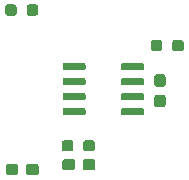
<source format=gbr>
G04 #@! TF.GenerationSoftware,KiCad,Pcbnew,(5.0.2)-1*
G04 #@! TF.CreationDate,2021-01-16T16:16:25+09:00*
G04 #@! TF.ProjectId,LEMCurrentSensor,4c454d43-7572-4726-956e-7453656e736f,rev?*
G04 #@! TF.SameCoordinates,Original*
G04 #@! TF.FileFunction,Paste,Top*
G04 #@! TF.FilePolarity,Positive*
%FSLAX46Y46*%
G04 Gerber Fmt 4.6, Leading zero omitted, Abs format (unit mm)*
G04 Created by KiCad (PCBNEW (5.0.2)-1) date 2021/01/16 16:16:25*
%MOMM*%
%LPD*%
G01*
G04 APERTURE LIST*
%ADD10C,0.100000*%
%ADD11C,0.950000*%
%ADD12C,0.600000*%
G04 APERTURE END LIST*
D10*
G04 #@! TO.C,C1*
G36*
X88323279Y-45526144D02*
X88346334Y-45529563D01*
X88368943Y-45535227D01*
X88390887Y-45543079D01*
X88411957Y-45553044D01*
X88431948Y-45565026D01*
X88450668Y-45578910D01*
X88467938Y-45594562D01*
X88483590Y-45611832D01*
X88497474Y-45630552D01*
X88509456Y-45650543D01*
X88519421Y-45671613D01*
X88527273Y-45693557D01*
X88532937Y-45716166D01*
X88536356Y-45739221D01*
X88537500Y-45762500D01*
X88537500Y-46237500D01*
X88536356Y-46260779D01*
X88532937Y-46283834D01*
X88527273Y-46306443D01*
X88519421Y-46328387D01*
X88509456Y-46349457D01*
X88497474Y-46369448D01*
X88483590Y-46388168D01*
X88467938Y-46405438D01*
X88450668Y-46421090D01*
X88431948Y-46434974D01*
X88411957Y-46446956D01*
X88390887Y-46456921D01*
X88368943Y-46464773D01*
X88346334Y-46470437D01*
X88323279Y-46473856D01*
X88300000Y-46475000D01*
X87700000Y-46475000D01*
X87676721Y-46473856D01*
X87653666Y-46470437D01*
X87631057Y-46464773D01*
X87609113Y-46456921D01*
X87588043Y-46446956D01*
X87568052Y-46434974D01*
X87549332Y-46421090D01*
X87532062Y-46405438D01*
X87516410Y-46388168D01*
X87502526Y-46369448D01*
X87490544Y-46349457D01*
X87480579Y-46328387D01*
X87472727Y-46306443D01*
X87467063Y-46283834D01*
X87463644Y-46260779D01*
X87462500Y-46237500D01*
X87462500Y-45762500D01*
X87463644Y-45739221D01*
X87467063Y-45716166D01*
X87472727Y-45693557D01*
X87480579Y-45671613D01*
X87490544Y-45650543D01*
X87502526Y-45630552D01*
X87516410Y-45611832D01*
X87532062Y-45594562D01*
X87549332Y-45578910D01*
X87568052Y-45565026D01*
X87588043Y-45553044D01*
X87609113Y-45543079D01*
X87631057Y-45535227D01*
X87653666Y-45529563D01*
X87676721Y-45526144D01*
X87700000Y-45525000D01*
X88300000Y-45525000D01*
X88323279Y-45526144D01*
X88323279Y-45526144D01*
G37*
D11*
X88000000Y-46000000D03*
D10*
G36*
X86598279Y-45526144D02*
X86621334Y-45529563D01*
X86643943Y-45535227D01*
X86665887Y-45543079D01*
X86686957Y-45553044D01*
X86706948Y-45565026D01*
X86725668Y-45578910D01*
X86742938Y-45594562D01*
X86758590Y-45611832D01*
X86772474Y-45630552D01*
X86784456Y-45650543D01*
X86794421Y-45671613D01*
X86802273Y-45693557D01*
X86807937Y-45716166D01*
X86811356Y-45739221D01*
X86812500Y-45762500D01*
X86812500Y-46237500D01*
X86811356Y-46260779D01*
X86807937Y-46283834D01*
X86802273Y-46306443D01*
X86794421Y-46328387D01*
X86784456Y-46349457D01*
X86772474Y-46369448D01*
X86758590Y-46388168D01*
X86742938Y-46405438D01*
X86725668Y-46421090D01*
X86706948Y-46434974D01*
X86686957Y-46446956D01*
X86665887Y-46456921D01*
X86643943Y-46464773D01*
X86621334Y-46470437D01*
X86598279Y-46473856D01*
X86575000Y-46475000D01*
X85975000Y-46475000D01*
X85951721Y-46473856D01*
X85928666Y-46470437D01*
X85906057Y-46464773D01*
X85884113Y-46456921D01*
X85863043Y-46446956D01*
X85843052Y-46434974D01*
X85824332Y-46421090D01*
X85807062Y-46405438D01*
X85791410Y-46388168D01*
X85777526Y-46369448D01*
X85765544Y-46349457D01*
X85755579Y-46328387D01*
X85747727Y-46306443D01*
X85742063Y-46283834D01*
X85738644Y-46260779D01*
X85737500Y-46237500D01*
X85737500Y-45762500D01*
X85738644Y-45739221D01*
X85742063Y-45716166D01*
X85747727Y-45693557D01*
X85755579Y-45671613D01*
X85765544Y-45650543D01*
X85777526Y-45630552D01*
X85791410Y-45611832D01*
X85807062Y-45594562D01*
X85824332Y-45578910D01*
X85843052Y-45565026D01*
X85863043Y-45553044D01*
X85884113Y-45543079D01*
X85906057Y-45535227D01*
X85928666Y-45529563D01*
X85951721Y-45526144D01*
X85975000Y-45525000D01*
X86575000Y-45525000D01*
X86598279Y-45526144D01*
X86598279Y-45526144D01*
G37*
D11*
X86275000Y-46000000D03*
G04 #@! TD*
D10*
G04 #@! TO.C,C2*
G36*
X99060779Y-37938644D02*
X99083834Y-37942063D01*
X99106443Y-37947727D01*
X99128387Y-37955579D01*
X99149457Y-37965544D01*
X99169448Y-37977526D01*
X99188168Y-37991410D01*
X99205438Y-38007062D01*
X99221090Y-38024332D01*
X99234974Y-38043052D01*
X99246956Y-38063043D01*
X99256921Y-38084113D01*
X99264773Y-38106057D01*
X99270437Y-38128666D01*
X99273856Y-38151721D01*
X99275000Y-38175000D01*
X99275000Y-38775000D01*
X99273856Y-38798279D01*
X99270437Y-38821334D01*
X99264773Y-38843943D01*
X99256921Y-38865887D01*
X99246956Y-38886957D01*
X99234974Y-38906948D01*
X99221090Y-38925668D01*
X99205438Y-38942938D01*
X99188168Y-38958590D01*
X99169448Y-38972474D01*
X99149457Y-38984456D01*
X99128387Y-38994421D01*
X99106443Y-39002273D01*
X99083834Y-39007937D01*
X99060779Y-39011356D01*
X99037500Y-39012500D01*
X98562500Y-39012500D01*
X98539221Y-39011356D01*
X98516166Y-39007937D01*
X98493557Y-39002273D01*
X98471613Y-38994421D01*
X98450543Y-38984456D01*
X98430552Y-38972474D01*
X98411832Y-38958590D01*
X98394562Y-38942938D01*
X98378910Y-38925668D01*
X98365026Y-38906948D01*
X98353044Y-38886957D01*
X98343079Y-38865887D01*
X98335227Y-38843943D01*
X98329563Y-38821334D01*
X98326144Y-38798279D01*
X98325000Y-38775000D01*
X98325000Y-38175000D01*
X98326144Y-38151721D01*
X98329563Y-38128666D01*
X98335227Y-38106057D01*
X98343079Y-38084113D01*
X98353044Y-38063043D01*
X98365026Y-38043052D01*
X98378910Y-38024332D01*
X98394562Y-38007062D01*
X98411832Y-37991410D01*
X98430552Y-37977526D01*
X98450543Y-37965544D01*
X98471613Y-37955579D01*
X98493557Y-37947727D01*
X98516166Y-37942063D01*
X98539221Y-37938644D01*
X98562500Y-37937500D01*
X99037500Y-37937500D01*
X99060779Y-37938644D01*
X99060779Y-37938644D01*
G37*
D11*
X98800000Y-38475000D03*
D10*
G36*
X99060779Y-39663644D02*
X99083834Y-39667063D01*
X99106443Y-39672727D01*
X99128387Y-39680579D01*
X99149457Y-39690544D01*
X99169448Y-39702526D01*
X99188168Y-39716410D01*
X99205438Y-39732062D01*
X99221090Y-39749332D01*
X99234974Y-39768052D01*
X99246956Y-39788043D01*
X99256921Y-39809113D01*
X99264773Y-39831057D01*
X99270437Y-39853666D01*
X99273856Y-39876721D01*
X99275000Y-39900000D01*
X99275000Y-40500000D01*
X99273856Y-40523279D01*
X99270437Y-40546334D01*
X99264773Y-40568943D01*
X99256921Y-40590887D01*
X99246956Y-40611957D01*
X99234974Y-40631948D01*
X99221090Y-40650668D01*
X99205438Y-40667938D01*
X99188168Y-40683590D01*
X99169448Y-40697474D01*
X99149457Y-40709456D01*
X99128387Y-40719421D01*
X99106443Y-40727273D01*
X99083834Y-40732937D01*
X99060779Y-40736356D01*
X99037500Y-40737500D01*
X98562500Y-40737500D01*
X98539221Y-40736356D01*
X98516166Y-40732937D01*
X98493557Y-40727273D01*
X98471613Y-40719421D01*
X98450543Y-40709456D01*
X98430552Y-40697474D01*
X98411832Y-40683590D01*
X98394562Y-40667938D01*
X98378910Y-40650668D01*
X98365026Y-40631948D01*
X98353044Y-40611957D01*
X98343079Y-40590887D01*
X98335227Y-40568943D01*
X98329563Y-40546334D01*
X98326144Y-40523279D01*
X98325000Y-40500000D01*
X98325000Y-39900000D01*
X98326144Y-39876721D01*
X98329563Y-39853666D01*
X98335227Y-39831057D01*
X98343079Y-39809113D01*
X98353044Y-39788043D01*
X98365026Y-39768052D01*
X98378910Y-39749332D01*
X98394562Y-39732062D01*
X98411832Y-39716410D01*
X98430552Y-39702526D01*
X98450543Y-39690544D01*
X98471613Y-39680579D01*
X98493557Y-39672727D01*
X98516166Y-39667063D01*
X98539221Y-39663644D01*
X98562500Y-39662500D01*
X99037500Y-39662500D01*
X99060779Y-39663644D01*
X99060779Y-39663644D01*
G37*
D11*
X98800000Y-40200000D03*
G04 #@! TD*
D10*
G04 #@! TO.C,C3*
G36*
X91398279Y-45126144D02*
X91421334Y-45129563D01*
X91443943Y-45135227D01*
X91465887Y-45143079D01*
X91486957Y-45153044D01*
X91506948Y-45165026D01*
X91525668Y-45178910D01*
X91542938Y-45194562D01*
X91558590Y-45211832D01*
X91572474Y-45230552D01*
X91584456Y-45250543D01*
X91594421Y-45271613D01*
X91602273Y-45293557D01*
X91607937Y-45316166D01*
X91611356Y-45339221D01*
X91612500Y-45362500D01*
X91612500Y-45837500D01*
X91611356Y-45860779D01*
X91607937Y-45883834D01*
X91602273Y-45906443D01*
X91594421Y-45928387D01*
X91584456Y-45949457D01*
X91572474Y-45969448D01*
X91558590Y-45988168D01*
X91542938Y-46005438D01*
X91525668Y-46021090D01*
X91506948Y-46034974D01*
X91486957Y-46046956D01*
X91465887Y-46056921D01*
X91443943Y-46064773D01*
X91421334Y-46070437D01*
X91398279Y-46073856D01*
X91375000Y-46075000D01*
X90775000Y-46075000D01*
X90751721Y-46073856D01*
X90728666Y-46070437D01*
X90706057Y-46064773D01*
X90684113Y-46056921D01*
X90663043Y-46046956D01*
X90643052Y-46034974D01*
X90624332Y-46021090D01*
X90607062Y-46005438D01*
X90591410Y-45988168D01*
X90577526Y-45969448D01*
X90565544Y-45949457D01*
X90555579Y-45928387D01*
X90547727Y-45906443D01*
X90542063Y-45883834D01*
X90538644Y-45860779D01*
X90537500Y-45837500D01*
X90537500Y-45362500D01*
X90538644Y-45339221D01*
X90542063Y-45316166D01*
X90547727Y-45293557D01*
X90555579Y-45271613D01*
X90565544Y-45250543D01*
X90577526Y-45230552D01*
X90591410Y-45211832D01*
X90607062Y-45194562D01*
X90624332Y-45178910D01*
X90643052Y-45165026D01*
X90663043Y-45153044D01*
X90684113Y-45143079D01*
X90706057Y-45135227D01*
X90728666Y-45129563D01*
X90751721Y-45126144D01*
X90775000Y-45125000D01*
X91375000Y-45125000D01*
X91398279Y-45126144D01*
X91398279Y-45126144D01*
G37*
D11*
X91075000Y-45600000D03*
D10*
G36*
X93123279Y-45126144D02*
X93146334Y-45129563D01*
X93168943Y-45135227D01*
X93190887Y-45143079D01*
X93211957Y-45153044D01*
X93231948Y-45165026D01*
X93250668Y-45178910D01*
X93267938Y-45194562D01*
X93283590Y-45211832D01*
X93297474Y-45230552D01*
X93309456Y-45250543D01*
X93319421Y-45271613D01*
X93327273Y-45293557D01*
X93332937Y-45316166D01*
X93336356Y-45339221D01*
X93337500Y-45362500D01*
X93337500Y-45837500D01*
X93336356Y-45860779D01*
X93332937Y-45883834D01*
X93327273Y-45906443D01*
X93319421Y-45928387D01*
X93309456Y-45949457D01*
X93297474Y-45969448D01*
X93283590Y-45988168D01*
X93267938Y-46005438D01*
X93250668Y-46021090D01*
X93231948Y-46034974D01*
X93211957Y-46046956D01*
X93190887Y-46056921D01*
X93168943Y-46064773D01*
X93146334Y-46070437D01*
X93123279Y-46073856D01*
X93100000Y-46075000D01*
X92500000Y-46075000D01*
X92476721Y-46073856D01*
X92453666Y-46070437D01*
X92431057Y-46064773D01*
X92409113Y-46056921D01*
X92388043Y-46046956D01*
X92368052Y-46034974D01*
X92349332Y-46021090D01*
X92332062Y-46005438D01*
X92316410Y-45988168D01*
X92302526Y-45969448D01*
X92290544Y-45949457D01*
X92280579Y-45928387D01*
X92272727Y-45906443D01*
X92267063Y-45883834D01*
X92263644Y-45860779D01*
X92262500Y-45837500D01*
X92262500Y-45362500D01*
X92263644Y-45339221D01*
X92267063Y-45316166D01*
X92272727Y-45293557D01*
X92280579Y-45271613D01*
X92290544Y-45250543D01*
X92302526Y-45230552D01*
X92316410Y-45211832D01*
X92332062Y-45194562D01*
X92349332Y-45178910D01*
X92368052Y-45165026D01*
X92388043Y-45153044D01*
X92409113Y-45143079D01*
X92431057Y-45135227D01*
X92453666Y-45129563D01*
X92476721Y-45126144D01*
X92500000Y-45125000D01*
X93100000Y-45125000D01*
X93123279Y-45126144D01*
X93123279Y-45126144D01*
G37*
D11*
X92800000Y-45600000D03*
G04 #@! TD*
D10*
G04 #@! TO.C,R1*
G36*
X88273279Y-32026144D02*
X88296334Y-32029563D01*
X88318943Y-32035227D01*
X88340887Y-32043079D01*
X88361957Y-32053044D01*
X88381948Y-32065026D01*
X88400668Y-32078910D01*
X88417938Y-32094562D01*
X88433590Y-32111832D01*
X88447474Y-32130552D01*
X88459456Y-32150543D01*
X88469421Y-32171613D01*
X88477273Y-32193557D01*
X88482937Y-32216166D01*
X88486356Y-32239221D01*
X88487500Y-32262500D01*
X88487500Y-32737500D01*
X88486356Y-32760779D01*
X88482937Y-32783834D01*
X88477273Y-32806443D01*
X88469421Y-32828387D01*
X88459456Y-32849457D01*
X88447474Y-32869448D01*
X88433590Y-32888168D01*
X88417938Y-32905438D01*
X88400668Y-32921090D01*
X88381948Y-32934974D01*
X88361957Y-32946956D01*
X88340887Y-32956921D01*
X88318943Y-32964773D01*
X88296334Y-32970437D01*
X88273279Y-32973856D01*
X88250000Y-32975000D01*
X87750000Y-32975000D01*
X87726721Y-32973856D01*
X87703666Y-32970437D01*
X87681057Y-32964773D01*
X87659113Y-32956921D01*
X87638043Y-32946956D01*
X87618052Y-32934974D01*
X87599332Y-32921090D01*
X87582062Y-32905438D01*
X87566410Y-32888168D01*
X87552526Y-32869448D01*
X87540544Y-32849457D01*
X87530579Y-32828387D01*
X87522727Y-32806443D01*
X87517063Y-32783834D01*
X87513644Y-32760779D01*
X87512500Y-32737500D01*
X87512500Y-32262500D01*
X87513644Y-32239221D01*
X87517063Y-32216166D01*
X87522727Y-32193557D01*
X87530579Y-32171613D01*
X87540544Y-32150543D01*
X87552526Y-32130552D01*
X87566410Y-32111832D01*
X87582062Y-32094562D01*
X87599332Y-32078910D01*
X87618052Y-32065026D01*
X87638043Y-32053044D01*
X87659113Y-32043079D01*
X87681057Y-32035227D01*
X87703666Y-32029563D01*
X87726721Y-32026144D01*
X87750000Y-32025000D01*
X88250000Y-32025000D01*
X88273279Y-32026144D01*
X88273279Y-32026144D01*
G37*
D11*
X88000000Y-32500000D03*
D10*
G36*
X86448279Y-32026144D02*
X86471334Y-32029563D01*
X86493943Y-32035227D01*
X86515887Y-32043079D01*
X86536957Y-32053044D01*
X86556948Y-32065026D01*
X86575668Y-32078910D01*
X86592938Y-32094562D01*
X86608590Y-32111832D01*
X86622474Y-32130552D01*
X86634456Y-32150543D01*
X86644421Y-32171613D01*
X86652273Y-32193557D01*
X86657937Y-32216166D01*
X86661356Y-32239221D01*
X86662500Y-32262500D01*
X86662500Y-32737500D01*
X86661356Y-32760779D01*
X86657937Y-32783834D01*
X86652273Y-32806443D01*
X86644421Y-32828387D01*
X86634456Y-32849457D01*
X86622474Y-32869448D01*
X86608590Y-32888168D01*
X86592938Y-32905438D01*
X86575668Y-32921090D01*
X86556948Y-32934974D01*
X86536957Y-32946956D01*
X86515887Y-32956921D01*
X86493943Y-32964773D01*
X86471334Y-32970437D01*
X86448279Y-32973856D01*
X86425000Y-32975000D01*
X85925000Y-32975000D01*
X85901721Y-32973856D01*
X85878666Y-32970437D01*
X85856057Y-32964773D01*
X85834113Y-32956921D01*
X85813043Y-32946956D01*
X85793052Y-32934974D01*
X85774332Y-32921090D01*
X85757062Y-32905438D01*
X85741410Y-32888168D01*
X85727526Y-32869448D01*
X85715544Y-32849457D01*
X85705579Y-32828387D01*
X85697727Y-32806443D01*
X85692063Y-32783834D01*
X85688644Y-32760779D01*
X85687500Y-32737500D01*
X85687500Y-32262500D01*
X85688644Y-32239221D01*
X85692063Y-32216166D01*
X85697727Y-32193557D01*
X85705579Y-32171613D01*
X85715544Y-32150543D01*
X85727526Y-32130552D01*
X85741410Y-32111832D01*
X85757062Y-32094562D01*
X85774332Y-32078910D01*
X85793052Y-32065026D01*
X85813043Y-32053044D01*
X85834113Y-32043079D01*
X85856057Y-32035227D01*
X85878666Y-32029563D01*
X85901721Y-32026144D01*
X85925000Y-32025000D01*
X86425000Y-32025000D01*
X86448279Y-32026144D01*
X86448279Y-32026144D01*
G37*
D11*
X86175000Y-32500000D03*
G04 #@! TD*
D10*
G04 #@! TO.C,R2*
G36*
X91248279Y-43526144D02*
X91271334Y-43529563D01*
X91293943Y-43535227D01*
X91315887Y-43543079D01*
X91336957Y-43553044D01*
X91356948Y-43565026D01*
X91375668Y-43578910D01*
X91392938Y-43594562D01*
X91408590Y-43611832D01*
X91422474Y-43630552D01*
X91434456Y-43650543D01*
X91444421Y-43671613D01*
X91452273Y-43693557D01*
X91457937Y-43716166D01*
X91461356Y-43739221D01*
X91462500Y-43762500D01*
X91462500Y-44237500D01*
X91461356Y-44260779D01*
X91457937Y-44283834D01*
X91452273Y-44306443D01*
X91444421Y-44328387D01*
X91434456Y-44349457D01*
X91422474Y-44369448D01*
X91408590Y-44388168D01*
X91392938Y-44405438D01*
X91375668Y-44421090D01*
X91356948Y-44434974D01*
X91336957Y-44446956D01*
X91315887Y-44456921D01*
X91293943Y-44464773D01*
X91271334Y-44470437D01*
X91248279Y-44473856D01*
X91225000Y-44475000D01*
X90725000Y-44475000D01*
X90701721Y-44473856D01*
X90678666Y-44470437D01*
X90656057Y-44464773D01*
X90634113Y-44456921D01*
X90613043Y-44446956D01*
X90593052Y-44434974D01*
X90574332Y-44421090D01*
X90557062Y-44405438D01*
X90541410Y-44388168D01*
X90527526Y-44369448D01*
X90515544Y-44349457D01*
X90505579Y-44328387D01*
X90497727Y-44306443D01*
X90492063Y-44283834D01*
X90488644Y-44260779D01*
X90487500Y-44237500D01*
X90487500Y-43762500D01*
X90488644Y-43739221D01*
X90492063Y-43716166D01*
X90497727Y-43693557D01*
X90505579Y-43671613D01*
X90515544Y-43650543D01*
X90527526Y-43630552D01*
X90541410Y-43611832D01*
X90557062Y-43594562D01*
X90574332Y-43578910D01*
X90593052Y-43565026D01*
X90613043Y-43553044D01*
X90634113Y-43543079D01*
X90656057Y-43535227D01*
X90678666Y-43529563D01*
X90701721Y-43526144D01*
X90725000Y-43525000D01*
X91225000Y-43525000D01*
X91248279Y-43526144D01*
X91248279Y-43526144D01*
G37*
D11*
X90975000Y-44000000D03*
D10*
G36*
X93073279Y-43526144D02*
X93096334Y-43529563D01*
X93118943Y-43535227D01*
X93140887Y-43543079D01*
X93161957Y-43553044D01*
X93181948Y-43565026D01*
X93200668Y-43578910D01*
X93217938Y-43594562D01*
X93233590Y-43611832D01*
X93247474Y-43630552D01*
X93259456Y-43650543D01*
X93269421Y-43671613D01*
X93277273Y-43693557D01*
X93282937Y-43716166D01*
X93286356Y-43739221D01*
X93287500Y-43762500D01*
X93287500Y-44237500D01*
X93286356Y-44260779D01*
X93282937Y-44283834D01*
X93277273Y-44306443D01*
X93269421Y-44328387D01*
X93259456Y-44349457D01*
X93247474Y-44369448D01*
X93233590Y-44388168D01*
X93217938Y-44405438D01*
X93200668Y-44421090D01*
X93181948Y-44434974D01*
X93161957Y-44446956D01*
X93140887Y-44456921D01*
X93118943Y-44464773D01*
X93096334Y-44470437D01*
X93073279Y-44473856D01*
X93050000Y-44475000D01*
X92550000Y-44475000D01*
X92526721Y-44473856D01*
X92503666Y-44470437D01*
X92481057Y-44464773D01*
X92459113Y-44456921D01*
X92438043Y-44446956D01*
X92418052Y-44434974D01*
X92399332Y-44421090D01*
X92382062Y-44405438D01*
X92366410Y-44388168D01*
X92352526Y-44369448D01*
X92340544Y-44349457D01*
X92330579Y-44328387D01*
X92322727Y-44306443D01*
X92317063Y-44283834D01*
X92313644Y-44260779D01*
X92312500Y-44237500D01*
X92312500Y-43762500D01*
X92313644Y-43739221D01*
X92317063Y-43716166D01*
X92322727Y-43693557D01*
X92330579Y-43671613D01*
X92340544Y-43650543D01*
X92352526Y-43630552D01*
X92366410Y-43611832D01*
X92382062Y-43594562D01*
X92399332Y-43578910D01*
X92418052Y-43565026D01*
X92438043Y-43553044D01*
X92459113Y-43543079D01*
X92481057Y-43535227D01*
X92503666Y-43529563D01*
X92526721Y-43526144D01*
X92550000Y-43525000D01*
X93050000Y-43525000D01*
X93073279Y-43526144D01*
X93073279Y-43526144D01*
G37*
D11*
X92800000Y-44000000D03*
G04 #@! TD*
D10*
G04 #@! TO.C,R3*
G36*
X98773279Y-35026144D02*
X98796334Y-35029563D01*
X98818943Y-35035227D01*
X98840887Y-35043079D01*
X98861957Y-35053044D01*
X98881948Y-35065026D01*
X98900668Y-35078910D01*
X98917938Y-35094562D01*
X98933590Y-35111832D01*
X98947474Y-35130552D01*
X98959456Y-35150543D01*
X98969421Y-35171613D01*
X98977273Y-35193557D01*
X98982937Y-35216166D01*
X98986356Y-35239221D01*
X98987500Y-35262500D01*
X98987500Y-35737500D01*
X98986356Y-35760779D01*
X98982937Y-35783834D01*
X98977273Y-35806443D01*
X98969421Y-35828387D01*
X98959456Y-35849457D01*
X98947474Y-35869448D01*
X98933590Y-35888168D01*
X98917938Y-35905438D01*
X98900668Y-35921090D01*
X98881948Y-35934974D01*
X98861957Y-35946956D01*
X98840887Y-35956921D01*
X98818943Y-35964773D01*
X98796334Y-35970437D01*
X98773279Y-35973856D01*
X98750000Y-35975000D01*
X98250000Y-35975000D01*
X98226721Y-35973856D01*
X98203666Y-35970437D01*
X98181057Y-35964773D01*
X98159113Y-35956921D01*
X98138043Y-35946956D01*
X98118052Y-35934974D01*
X98099332Y-35921090D01*
X98082062Y-35905438D01*
X98066410Y-35888168D01*
X98052526Y-35869448D01*
X98040544Y-35849457D01*
X98030579Y-35828387D01*
X98022727Y-35806443D01*
X98017063Y-35783834D01*
X98013644Y-35760779D01*
X98012500Y-35737500D01*
X98012500Y-35262500D01*
X98013644Y-35239221D01*
X98017063Y-35216166D01*
X98022727Y-35193557D01*
X98030579Y-35171613D01*
X98040544Y-35150543D01*
X98052526Y-35130552D01*
X98066410Y-35111832D01*
X98082062Y-35094562D01*
X98099332Y-35078910D01*
X98118052Y-35065026D01*
X98138043Y-35053044D01*
X98159113Y-35043079D01*
X98181057Y-35035227D01*
X98203666Y-35029563D01*
X98226721Y-35026144D01*
X98250000Y-35025000D01*
X98750000Y-35025000D01*
X98773279Y-35026144D01*
X98773279Y-35026144D01*
G37*
D11*
X98500000Y-35500000D03*
D10*
G36*
X100598279Y-35026144D02*
X100621334Y-35029563D01*
X100643943Y-35035227D01*
X100665887Y-35043079D01*
X100686957Y-35053044D01*
X100706948Y-35065026D01*
X100725668Y-35078910D01*
X100742938Y-35094562D01*
X100758590Y-35111832D01*
X100772474Y-35130552D01*
X100784456Y-35150543D01*
X100794421Y-35171613D01*
X100802273Y-35193557D01*
X100807937Y-35216166D01*
X100811356Y-35239221D01*
X100812500Y-35262500D01*
X100812500Y-35737500D01*
X100811356Y-35760779D01*
X100807937Y-35783834D01*
X100802273Y-35806443D01*
X100794421Y-35828387D01*
X100784456Y-35849457D01*
X100772474Y-35869448D01*
X100758590Y-35888168D01*
X100742938Y-35905438D01*
X100725668Y-35921090D01*
X100706948Y-35934974D01*
X100686957Y-35946956D01*
X100665887Y-35956921D01*
X100643943Y-35964773D01*
X100621334Y-35970437D01*
X100598279Y-35973856D01*
X100575000Y-35975000D01*
X100075000Y-35975000D01*
X100051721Y-35973856D01*
X100028666Y-35970437D01*
X100006057Y-35964773D01*
X99984113Y-35956921D01*
X99963043Y-35946956D01*
X99943052Y-35934974D01*
X99924332Y-35921090D01*
X99907062Y-35905438D01*
X99891410Y-35888168D01*
X99877526Y-35869448D01*
X99865544Y-35849457D01*
X99855579Y-35828387D01*
X99847727Y-35806443D01*
X99842063Y-35783834D01*
X99838644Y-35760779D01*
X99837500Y-35737500D01*
X99837500Y-35262500D01*
X99838644Y-35239221D01*
X99842063Y-35216166D01*
X99847727Y-35193557D01*
X99855579Y-35171613D01*
X99865544Y-35150543D01*
X99877526Y-35130552D01*
X99891410Y-35111832D01*
X99907062Y-35094562D01*
X99924332Y-35078910D01*
X99943052Y-35065026D01*
X99963043Y-35053044D01*
X99984113Y-35043079D01*
X100006057Y-35035227D01*
X100028666Y-35029563D01*
X100051721Y-35026144D01*
X100075000Y-35025000D01*
X100575000Y-35025000D01*
X100598279Y-35026144D01*
X100598279Y-35026144D01*
G37*
D11*
X100325000Y-35500000D03*
G04 #@! TD*
D10*
G04 #@! TO.C,U2*
G36*
X92364703Y-36995722D02*
X92379264Y-36997882D01*
X92393543Y-37001459D01*
X92407403Y-37006418D01*
X92420710Y-37012712D01*
X92433336Y-37020280D01*
X92445159Y-37029048D01*
X92456066Y-37038934D01*
X92465952Y-37049841D01*
X92474720Y-37061664D01*
X92482288Y-37074290D01*
X92488582Y-37087597D01*
X92493541Y-37101457D01*
X92497118Y-37115736D01*
X92499278Y-37130297D01*
X92500000Y-37145000D01*
X92500000Y-37445000D01*
X92499278Y-37459703D01*
X92497118Y-37474264D01*
X92493541Y-37488543D01*
X92488582Y-37502403D01*
X92482288Y-37515710D01*
X92474720Y-37528336D01*
X92465952Y-37540159D01*
X92456066Y-37551066D01*
X92445159Y-37560952D01*
X92433336Y-37569720D01*
X92420710Y-37577288D01*
X92407403Y-37583582D01*
X92393543Y-37588541D01*
X92379264Y-37592118D01*
X92364703Y-37594278D01*
X92350000Y-37595000D01*
X90700000Y-37595000D01*
X90685297Y-37594278D01*
X90670736Y-37592118D01*
X90656457Y-37588541D01*
X90642597Y-37583582D01*
X90629290Y-37577288D01*
X90616664Y-37569720D01*
X90604841Y-37560952D01*
X90593934Y-37551066D01*
X90584048Y-37540159D01*
X90575280Y-37528336D01*
X90567712Y-37515710D01*
X90561418Y-37502403D01*
X90556459Y-37488543D01*
X90552882Y-37474264D01*
X90550722Y-37459703D01*
X90550000Y-37445000D01*
X90550000Y-37145000D01*
X90550722Y-37130297D01*
X90552882Y-37115736D01*
X90556459Y-37101457D01*
X90561418Y-37087597D01*
X90567712Y-37074290D01*
X90575280Y-37061664D01*
X90584048Y-37049841D01*
X90593934Y-37038934D01*
X90604841Y-37029048D01*
X90616664Y-37020280D01*
X90629290Y-37012712D01*
X90642597Y-37006418D01*
X90656457Y-37001459D01*
X90670736Y-36997882D01*
X90685297Y-36995722D01*
X90700000Y-36995000D01*
X92350000Y-36995000D01*
X92364703Y-36995722D01*
X92364703Y-36995722D01*
G37*
D12*
X91525000Y-37295000D03*
D10*
G36*
X92364703Y-38265722D02*
X92379264Y-38267882D01*
X92393543Y-38271459D01*
X92407403Y-38276418D01*
X92420710Y-38282712D01*
X92433336Y-38290280D01*
X92445159Y-38299048D01*
X92456066Y-38308934D01*
X92465952Y-38319841D01*
X92474720Y-38331664D01*
X92482288Y-38344290D01*
X92488582Y-38357597D01*
X92493541Y-38371457D01*
X92497118Y-38385736D01*
X92499278Y-38400297D01*
X92500000Y-38415000D01*
X92500000Y-38715000D01*
X92499278Y-38729703D01*
X92497118Y-38744264D01*
X92493541Y-38758543D01*
X92488582Y-38772403D01*
X92482288Y-38785710D01*
X92474720Y-38798336D01*
X92465952Y-38810159D01*
X92456066Y-38821066D01*
X92445159Y-38830952D01*
X92433336Y-38839720D01*
X92420710Y-38847288D01*
X92407403Y-38853582D01*
X92393543Y-38858541D01*
X92379264Y-38862118D01*
X92364703Y-38864278D01*
X92350000Y-38865000D01*
X90700000Y-38865000D01*
X90685297Y-38864278D01*
X90670736Y-38862118D01*
X90656457Y-38858541D01*
X90642597Y-38853582D01*
X90629290Y-38847288D01*
X90616664Y-38839720D01*
X90604841Y-38830952D01*
X90593934Y-38821066D01*
X90584048Y-38810159D01*
X90575280Y-38798336D01*
X90567712Y-38785710D01*
X90561418Y-38772403D01*
X90556459Y-38758543D01*
X90552882Y-38744264D01*
X90550722Y-38729703D01*
X90550000Y-38715000D01*
X90550000Y-38415000D01*
X90550722Y-38400297D01*
X90552882Y-38385736D01*
X90556459Y-38371457D01*
X90561418Y-38357597D01*
X90567712Y-38344290D01*
X90575280Y-38331664D01*
X90584048Y-38319841D01*
X90593934Y-38308934D01*
X90604841Y-38299048D01*
X90616664Y-38290280D01*
X90629290Y-38282712D01*
X90642597Y-38276418D01*
X90656457Y-38271459D01*
X90670736Y-38267882D01*
X90685297Y-38265722D01*
X90700000Y-38265000D01*
X92350000Y-38265000D01*
X92364703Y-38265722D01*
X92364703Y-38265722D01*
G37*
D12*
X91525000Y-38565000D03*
D10*
G36*
X92364703Y-39535722D02*
X92379264Y-39537882D01*
X92393543Y-39541459D01*
X92407403Y-39546418D01*
X92420710Y-39552712D01*
X92433336Y-39560280D01*
X92445159Y-39569048D01*
X92456066Y-39578934D01*
X92465952Y-39589841D01*
X92474720Y-39601664D01*
X92482288Y-39614290D01*
X92488582Y-39627597D01*
X92493541Y-39641457D01*
X92497118Y-39655736D01*
X92499278Y-39670297D01*
X92500000Y-39685000D01*
X92500000Y-39985000D01*
X92499278Y-39999703D01*
X92497118Y-40014264D01*
X92493541Y-40028543D01*
X92488582Y-40042403D01*
X92482288Y-40055710D01*
X92474720Y-40068336D01*
X92465952Y-40080159D01*
X92456066Y-40091066D01*
X92445159Y-40100952D01*
X92433336Y-40109720D01*
X92420710Y-40117288D01*
X92407403Y-40123582D01*
X92393543Y-40128541D01*
X92379264Y-40132118D01*
X92364703Y-40134278D01*
X92350000Y-40135000D01*
X90700000Y-40135000D01*
X90685297Y-40134278D01*
X90670736Y-40132118D01*
X90656457Y-40128541D01*
X90642597Y-40123582D01*
X90629290Y-40117288D01*
X90616664Y-40109720D01*
X90604841Y-40100952D01*
X90593934Y-40091066D01*
X90584048Y-40080159D01*
X90575280Y-40068336D01*
X90567712Y-40055710D01*
X90561418Y-40042403D01*
X90556459Y-40028543D01*
X90552882Y-40014264D01*
X90550722Y-39999703D01*
X90550000Y-39985000D01*
X90550000Y-39685000D01*
X90550722Y-39670297D01*
X90552882Y-39655736D01*
X90556459Y-39641457D01*
X90561418Y-39627597D01*
X90567712Y-39614290D01*
X90575280Y-39601664D01*
X90584048Y-39589841D01*
X90593934Y-39578934D01*
X90604841Y-39569048D01*
X90616664Y-39560280D01*
X90629290Y-39552712D01*
X90642597Y-39546418D01*
X90656457Y-39541459D01*
X90670736Y-39537882D01*
X90685297Y-39535722D01*
X90700000Y-39535000D01*
X92350000Y-39535000D01*
X92364703Y-39535722D01*
X92364703Y-39535722D01*
G37*
D12*
X91525000Y-39835000D03*
D10*
G36*
X92364703Y-40805722D02*
X92379264Y-40807882D01*
X92393543Y-40811459D01*
X92407403Y-40816418D01*
X92420710Y-40822712D01*
X92433336Y-40830280D01*
X92445159Y-40839048D01*
X92456066Y-40848934D01*
X92465952Y-40859841D01*
X92474720Y-40871664D01*
X92482288Y-40884290D01*
X92488582Y-40897597D01*
X92493541Y-40911457D01*
X92497118Y-40925736D01*
X92499278Y-40940297D01*
X92500000Y-40955000D01*
X92500000Y-41255000D01*
X92499278Y-41269703D01*
X92497118Y-41284264D01*
X92493541Y-41298543D01*
X92488582Y-41312403D01*
X92482288Y-41325710D01*
X92474720Y-41338336D01*
X92465952Y-41350159D01*
X92456066Y-41361066D01*
X92445159Y-41370952D01*
X92433336Y-41379720D01*
X92420710Y-41387288D01*
X92407403Y-41393582D01*
X92393543Y-41398541D01*
X92379264Y-41402118D01*
X92364703Y-41404278D01*
X92350000Y-41405000D01*
X90700000Y-41405000D01*
X90685297Y-41404278D01*
X90670736Y-41402118D01*
X90656457Y-41398541D01*
X90642597Y-41393582D01*
X90629290Y-41387288D01*
X90616664Y-41379720D01*
X90604841Y-41370952D01*
X90593934Y-41361066D01*
X90584048Y-41350159D01*
X90575280Y-41338336D01*
X90567712Y-41325710D01*
X90561418Y-41312403D01*
X90556459Y-41298543D01*
X90552882Y-41284264D01*
X90550722Y-41269703D01*
X90550000Y-41255000D01*
X90550000Y-40955000D01*
X90550722Y-40940297D01*
X90552882Y-40925736D01*
X90556459Y-40911457D01*
X90561418Y-40897597D01*
X90567712Y-40884290D01*
X90575280Y-40871664D01*
X90584048Y-40859841D01*
X90593934Y-40848934D01*
X90604841Y-40839048D01*
X90616664Y-40830280D01*
X90629290Y-40822712D01*
X90642597Y-40816418D01*
X90656457Y-40811459D01*
X90670736Y-40807882D01*
X90685297Y-40805722D01*
X90700000Y-40805000D01*
X92350000Y-40805000D01*
X92364703Y-40805722D01*
X92364703Y-40805722D01*
G37*
D12*
X91525000Y-41105000D03*
D10*
G36*
X97314703Y-40805722D02*
X97329264Y-40807882D01*
X97343543Y-40811459D01*
X97357403Y-40816418D01*
X97370710Y-40822712D01*
X97383336Y-40830280D01*
X97395159Y-40839048D01*
X97406066Y-40848934D01*
X97415952Y-40859841D01*
X97424720Y-40871664D01*
X97432288Y-40884290D01*
X97438582Y-40897597D01*
X97443541Y-40911457D01*
X97447118Y-40925736D01*
X97449278Y-40940297D01*
X97450000Y-40955000D01*
X97450000Y-41255000D01*
X97449278Y-41269703D01*
X97447118Y-41284264D01*
X97443541Y-41298543D01*
X97438582Y-41312403D01*
X97432288Y-41325710D01*
X97424720Y-41338336D01*
X97415952Y-41350159D01*
X97406066Y-41361066D01*
X97395159Y-41370952D01*
X97383336Y-41379720D01*
X97370710Y-41387288D01*
X97357403Y-41393582D01*
X97343543Y-41398541D01*
X97329264Y-41402118D01*
X97314703Y-41404278D01*
X97300000Y-41405000D01*
X95650000Y-41405000D01*
X95635297Y-41404278D01*
X95620736Y-41402118D01*
X95606457Y-41398541D01*
X95592597Y-41393582D01*
X95579290Y-41387288D01*
X95566664Y-41379720D01*
X95554841Y-41370952D01*
X95543934Y-41361066D01*
X95534048Y-41350159D01*
X95525280Y-41338336D01*
X95517712Y-41325710D01*
X95511418Y-41312403D01*
X95506459Y-41298543D01*
X95502882Y-41284264D01*
X95500722Y-41269703D01*
X95500000Y-41255000D01*
X95500000Y-40955000D01*
X95500722Y-40940297D01*
X95502882Y-40925736D01*
X95506459Y-40911457D01*
X95511418Y-40897597D01*
X95517712Y-40884290D01*
X95525280Y-40871664D01*
X95534048Y-40859841D01*
X95543934Y-40848934D01*
X95554841Y-40839048D01*
X95566664Y-40830280D01*
X95579290Y-40822712D01*
X95592597Y-40816418D01*
X95606457Y-40811459D01*
X95620736Y-40807882D01*
X95635297Y-40805722D01*
X95650000Y-40805000D01*
X97300000Y-40805000D01*
X97314703Y-40805722D01*
X97314703Y-40805722D01*
G37*
D12*
X96475000Y-41105000D03*
D10*
G36*
X97314703Y-39535722D02*
X97329264Y-39537882D01*
X97343543Y-39541459D01*
X97357403Y-39546418D01*
X97370710Y-39552712D01*
X97383336Y-39560280D01*
X97395159Y-39569048D01*
X97406066Y-39578934D01*
X97415952Y-39589841D01*
X97424720Y-39601664D01*
X97432288Y-39614290D01*
X97438582Y-39627597D01*
X97443541Y-39641457D01*
X97447118Y-39655736D01*
X97449278Y-39670297D01*
X97450000Y-39685000D01*
X97450000Y-39985000D01*
X97449278Y-39999703D01*
X97447118Y-40014264D01*
X97443541Y-40028543D01*
X97438582Y-40042403D01*
X97432288Y-40055710D01*
X97424720Y-40068336D01*
X97415952Y-40080159D01*
X97406066Y-40091066D01*
X97395159Y-40100952D01*
X97383336Y-40109720D01*
X97370710Y-40117288D01*
X97357403Y-40123582D01*
X97343543Y-40128541D01*
X97329264Y-40132118D01*
X97314703Y-40134278D01*
X97300000Y-40135000D01*
X95650000Y-40135000D01*
X95635297Y-40134278D01*
X95620736Y-40132118D01*
X95606457Y-40128541D01*
X95592597Y-40123582D01*
X95579290Y-40117288D01*
X95566664Y-40109720D01*
X95554841Y-40100952D01*
X95543934Y-40091066D01*
X95534048Y-40080159D01*
X95525280Y-40068336D01*
X95517712Y-40055710D01*
X95511418Y-40042403D01*
X95506459Y-40028543D01*
X95502882Y-40014264D01*
X95500722Y-39999703D01*
X95500000Y-39985000D01*
X95500000Y-39685000D01*
X95500722Y-39670297D01*
X95502882Y-39655736D01*
X95506459Y-39641457D01*
X95511418Y-39627597D01*
X95517712Y-39614290D01*
X95525280Y-39601664D01*
X95534048Y-39589841D01*
X95543934Y-39578934D01*
X95554841Y-39569048D01*
X95566664Y-39560280D01*
X95579290Y-39552712D01*
X95592597Y-39546418D01*
X95606457Y-39541459D01*
X95620736Y-39537882D01*
X95635297Y-39535722D01*
X95650000Y-39535000D01*
X97300000Y-39535000D01*
X97314703Y-39535722D01*
X97314703Y-39535722D01*
G37*
D12*
X96475000Y-39835000D03*
D10*
G36*
X97314703Y-38265722D02*
X97329264Y-38267882D01*
X97343543Y-38271459D01*
X97357403Y-38276418D01*
X97370710Y-38282712D01*
X97383336Y-38290280D01*
X97395159Y-38299048D01*
X97406066Y-38308934D01*
X97415952Y-38319841D01*
X97424720Y-38331664D01*
X97432288Y-38344290D01*
X97438582Y-38357597D01*
X97443541Y-38371457D01*
X97447118Y-38385736D01*
X97449278Y-38400297D01*
X97450000Y-38415000D01*
X97450000Y-38715000D01*
X97449278Y-38729703D01*
X97447118Y-38744264D01*
X97443541Y-38758543D01*
X97438582Y-38772403D01*
X97432288Y-38785710D01*
X97424720Y-38798336D01*
X97415952Y-38810159D01*
X97406066Y-38821066D01*
X97395159Y-38830952D01*
X97383336Y-38839720D01*
X97370710Y-38847288D01*
X97357403Y-38853582D01*
X97343543Y-38858541D01*
X97329264Y-38862118D01*
X97314703Y-38864278D01*
X97300000Y-38865000D01*
X95650000Y-38865000D01*
X95635297Y-38864278D01*
X95620736Y-38862118D01*
X95606457Y-38858541D01*
X95592597Y-38853582D01*
X95579290Y-38847288D01*
X95566664Y-38839720D01*
X95554841Y-38830952D01*
X95543934Y-38821066D01*
X95534048Y-38810159D01*
X95525280Y-38798336D01*
X95517712Y-38785710D01*
X95511418Y-38772403D01*
X95506459Y-38758543D01*
X95502882Y-38744264D01*
X95500722Y-38729703D01*
X95500000Y-38715000D01*
X95500000Y-38415000D01*
X95500722Y-38400297D01*
X95502882Y-38385736D01*
X95506459Y-38371457D01*
X95511418Y-38357597D01*
X95517712Y-38344290D01*
X95525280Y-38331664D01*
X95534048Y-38319841D01*
X95543934Y-38308934D01*
X95554841Y-38299048D01*
X95566664Y-38290280D01*
X95579290Y-38282712D01*
X95592597Y-38276418D01*
X95606457Y-38271459D01*
X95620736Y-38267882D01*
X95635297Y-38265722D01*
X95650000Y-38265000D01*
X97300000Y-38265000D01*
X97314703Y-38265722D01*
X97314703Y-38265722D01*
G37*
D12*
X96475000Y-38565000D03*
D10*
G36*
X97314703Y-36995722D02*
X97329264Y-36997882D01*
X97343543Y-37001459D01*
X97357403Y-37006418D01*
X97370710Y-37012712D01*
X97383336Y-37020280D01*
X97395159Y-37029048D01*
X97406066Y-37038934D01*
X97415952Y-37049841D01*
X97424720Y-37061664D01*
X97432288Y-37074290D01*
X97438582Y-37087597D01*
X97443541Y-37101457D01*
X97447118Y-37115736D01*
X97449278Y-37130297D01*
X97450000Y-37145000D01*
X97450000Y-37445000D01*
X97449278Y-37459703D01*
X97447118Y-37474264D01*
X97443541Y-37488543D01*
X97438582Y-37502403D01*
X97432288Y-37515710D01*
X97424720Y-37528336D01*
X97415952Y-37540159D01*
X97406066Y-37551066D01*
X97395159Y-37560952D01*
X97383336Y-37569720D01*
X97370710Y-37577288D01*
X97357403Y-37583582D01*
X97343543Y-37588541D01*
X97329264Y-37592118D01*
X97314703Y-37594278D01*
X97300000Y-37595000D01*
X95650000Y-37595000D01*
X95635297Y-37594278D01*
X95620736Y-37592118D01*
X95606457Y-37588541D01*
X95592597Y-37583582D01*
X95579290Y-37577288D01*
X95566664Y-37569720D01*
X95554841Y-37560952D01*
X95543934Y-37551066D01*
X95534048Y-37540159D01*
X95525280Y-37528336D01*
X95517712Y-37515710D01*
X95511418Y-37502403D01*
X95506459Y-37488543D01*
X95502882Y-37474264D01*
X95500722Y-37459703D01*
X95500000Y-37445000D01*
X95500000Y-37145000D01*
X95500722Y-37130297D01*
X95502882Y-37115736D01*
X95506459Y-37101457D01*
X95511418Y-37087597D01*
X95517712Y-37074290D01*
X95525280Y-37061664D01*
X95534048Y-37049841D01*
X95543934Y-37038934D01*
X95554841Y-37029048D01*
X95566664Y-37020280D01*
X95579290Y-37012712D01*
X95592597Y-37006418D01*
X95606457Y-37001459D01*
X95620736Y-36997882D01*
X95635297Y-36995722D01*
X95650000Y-36995000D01*
X97300000Y-36995000D01*
X97314703Y-36995722D01*
X97314703Y-36995722D01*
G37*
D12*
X96475000Y-37295000D03*
G04 #@! TD*
M02*

</source>
